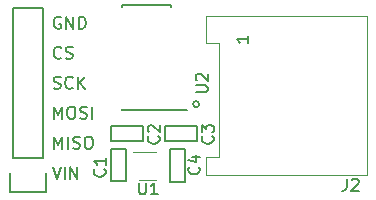
<source format=gto>
%TF.GenerationSoftware,KiCad,Pcbnew,4.0.4+e1-6308~48~ubuntu16.04.1-stable*%
%TF.CreationDate,2017-01-04T16:11:55-08:00*%
%TF.ProjectId,sd-micro-hinged-5009010801-breakout,73642D6D6963726F2D68696E6765642D,v1.0*%
%TF.FileFunction,Legend,Top*%
%FSLAX46Y46*%
G04 Gerber Fmt 4.6, Leading zero omitted, Abs format (unit mm)*
G04 Created by KiCad (PCBNEW 4.0.4+e1-6308~48~ubuntu16.04.1-stable) date Wed Jan  4 16:11:55 2017*
%MOMM*%
%LPD*%
G01*
G04 APERTURE LIST*
%ADD10C,0.350000*%
%ADD11C,0.152400*%
%ADD12C,0.101600*%
%ADD13C,0.150000*%
%ADD14C,0.120000*%
G04 APERTURE END LIST*
D10*
D11*
X123952000Y-100838000D02*
G75*
G03X123952000Y-100838000I-254000J0D01*
G01*
X111542286Y-106123619D02*
X111880953Y-107139619D01*
X112219619Y-106123619D01*
X112558286Y-107139619D02*
X112558286Y-106123619D01*
X113042096Y-107139619D02*
X113042096Y-106123619D01*
X113622667Y-107139619D01*
X113622667Y-106123619D01*
X111687429Y-104599619D02*
X111687429Y-103583619D01*
X112026095Y-104309333D01*
X112364762Y-103583619D01*
X112364762Y-104599619D01*
X112848572Y-104599619D02*
X112848572Y-103583619D01*
X113284001Y-104551238D02*
X113429144Y-104599619D01*
X113671048Y-104599619D01*
X113767810Y-104551238D01*
X113816191Y-104502857D01*
X113864572Y-104406095D01*
X113864572Y-104309333D01*
X113816191Y-104212571D01*
X113767810Y-104164190D01*
X113671048Y-104115810D01*
X113477525Y-104067429D01*
X113380763Y-104019048D01*
X113332382Y-103970667D01*
X113284001Y-103873905D01*
X113284001Y-103777143D01*
X113332382Y-103680381D01*
X113380763Y-103632000D01*
X113477525Y-103583619D01*
X113719429Y-103583619D01*
X113864572Y-103632000D01*
X114493525Y-103583619D02*
X114687048Y-103583619D01*
X114783810Y-103632000D01*
X114880572Y-103728762D01*
X114928953Y-103922286D01*
X114928953Y-104260952D01*
X114880572Y-104454476D01*
X114783810Y-104551238D01*
X114687048Y-104599619D01*
X114493525Y-104599619D01*
X114396763Y-104551238D01*
X114300001Y-104454476D01*
X114251620Y-104260952D01*
X114251620Y-103922286D01*
X114300001Y-103728762D01*
X114396763Y-103632000D01*
X114493525Y-103583619D01*
X111687429Y-102059619D02*
X111687429Y-101043619D01*
X112026095Y-101769333D01*
X112364762Y-101043619D01*
X112364762Y-102059619D01*
X113042096Y-101043619D02*
X113235619Y-101043619D01*
X113332381Y-101092000D01*
X113429143Y-101188762D01*
X113477524Y-101382286D01*
X113477524Y-101720952D01*
X113429143Y-101914476D01*
X113332381Y-102011238D01*
X113235619Y-102059619D01*
X113042096Y-102059619D01*
X112945334Y-102011238D01*
X112848572Y-101914476D01*
X112800191Y-101720952D01*
X112800191Y-101382286D01*
X112848572Y-101188762D01*
X112945334Y-101092000D01*
X113042096Y-101043619D01*
X113864572Y-102011238D02*
X114009715Y-102059619D01*
X114251619Y-102059619D01*
X114348381Y-102011238D01*
X114396762Y-101962857D01*
X114445143Y-101866095D01*
X114445143Y-101769333D01*
X114396762Y-101672571D01*
X114348381Y-101624190D01*
X114251619Y-101575810D01*
X114058096Y-101527429D01*
X113961334Y-101479048D01*
X113912953Y-101430667D01*
X113864572Y-101333905D01*
X113864572Y-101237143D01*
X113912953Y-101140381D01*
X113961334Y-101092000D01*
X114058096Y-101043619D01*
X114300000Y-101043619D01*
X114445143Y-101092000D01*
X114880572Y-102059619D02*
X114880572Y-101043619D01*
X111639048Y-99471238D02*
X111784191Y-99519619D01*
X112026095Y-99519619D01*
X112122857Y-99471238D01*
X112171238Y-99422857D01*
X112219619Y-99326095D01*
X112219619Y-99229333D01*
X112171238Y-99132571D01*
X112122857Y-99084190D01*
X112026095Y-99035810D01*
X111832572Y-98987429D01*
X111735810Y-98939048D01*
X111687429Y-98890667D01*
X111639048Y-98793905D01*
X111639048Y-98697143D01*
X111687429Y-98600381D01*
X111735810Y-98552000D01*
X111832572Y-98503619D01*
X112074476Y-98503619D01*
X112219619Y-98552000D01*
X113235619Y-99422857D02*
X113187238Y-99471238D01*
X113042095Y-99519619D01*
X112945333Y-99519619D01*
X112800191Y-99471238D01*
X112703429Y-99374476D01*
X112655048Y-99277714D01*
X112606667Y-99084190D01*
X112606667Y-98939048D01*
X112655048Y-98745524D01*
X112703429Y-98648762D01*
X112800191Y-98552000D01*
X112945333Y-98503619D01*
X113042095Y-98503619D01*
X113187238Y-98552000D01*
X113235619Y-98600381D01*
X113671048Y-99519619D02*
X113671048Y-98503619D01*
X114251619Y-99519619D02*
X113816191Y-98939048D01*
X114251619Y-98503619D02*
X113671048Y-99084190D01*
X112268000Y-96882857D02*
X112219619Y-96931238D01*
X112074476Y-96979619D01*
X111977714Y-96979619D01*
X111832572Y-96931238D01*
X111735810Y-96834476D01*
X111687429Y-96737714D01*
X111639048Y-96544190D01*
X111639048Y-96399048D01*
X111687429Y-96205524D01*
X111735810Y-96108762D01*
X111832572Y-96012000D01*
X111977714Y-95963619D01*
X112074476Y-95963619D01*
X112219619Y-96012000D01*
X112268000Y-96060381D01*
X112655048Y-96931238D02*
X112800191Y-96979619D01*
X113042095Y-96979619D01*
X113138857Y-96931238D01*
X113187238Y-96882857D01*
X113235619Y-96786095D01*
X113235619Y-96689333D01*
X113187238Y-96592571D01*
X113138857Y-96544190D01*
X113042095Y-96495810D01*
X112848572Y-96447429D01*
X112751810Y-96399048D01*
X112703429Y-96350667D01*
X112655048Y-96253905D01*
X112655048Y-96157143D01*
X112703429Y-96060381D01*
X112751810Y-96012000D01*
X112848572Y-95963619D01*
X113090476Y-95963619D01*
X113235619Y-96012000D01*
X112219619Y-93472000D02*
X112122857Y-93423619D01*
X111977714Y-93423619D01*
X111832572Y-93472000D01*
X111735810Y-93568762D01*
X111687429Y-93665524D01*
X111639048Y-93859048D01*
X111639048Y-94004190D01*
X111687429Y-94197714D01*
X111735810Y-94294476D01*
X111832572Y-94391238D01*
X111977714Y-94439619D01*
X112074476Y-94439619D01*
X112219619Y-94391238D01*
X112268000Y-94342857D01*
X112268000Y-94004190D01*
X112074476Y-94004190D01*
X112703429Y-94439619D02*
X112703429Y-93423619D01*
X113284000Y-94439619D01*
X113284000Y-93423619D01*
X113767810Y-94439619D02*
X113767810Y-93423619D01*
X114009715Y-93423619D01*
X114154857Y-93472000D01*
X114251619Y-93568762D01*
X114300000Y-93665524D01*
X114348381Y-93859048D01*
X114348381Y-94004190D01*
X114300000Y-94197714D01*
X114251619Y-94294476D01*
X114154857Y-94391238D01*
X114009715Y-94439619D01*
X113767810Y-94439619D01*
D12*
X138167000Y-106840500D02*
X138167000Y-93340500D01*
X124567000Y-93340500D02*
X124867000Y-93340500D01*
X124567000Y-95640500D02*
X124567000Y-93340500D01*
X125667000Y-95640500D02*
X124567000Y-95640500D01*
X125667000Y-105340500D02*
X125667000Y-95640500D01*
X124567000Y-105340500D02*
X125667000Y-105340500D01*
X124567000Y-106840500D02*
X124567000Y-105340500D01*
X124867000Y-106840500D02*
X124567000Y-106840500D01*
X138167000Y-106840500D02*
X124867000Y-106840500D01*
X138167000Y-93340500D02*
X124867000Y-93340500D01*
D11*
X117729000Y-104648000D02*
X116459000Y-104648000D01*
X117729000Y-107378500D02*
X116459000Y-107378500D01*
D13*
X117729000Y-104648000D02*
X117729000Y-107378500D01*
X116459000Y-107378500D02*
X116459000Y-104648000D01*
D11*
X116447000Y-102679500D02*
X116447000Y-103949500D01*
X119177500Y-102679500D02*
X119177500Y-103949500D01*
D13*
X116447000Y-102679500D02*
X119177500Y-102679500D01*
X119177500Y-103949500D02*
X116447000Y-103949500D01*
D11*
X123761500Y-103949500D02*
X123761500Y-102679500D01*
X121031000Y-103949500D02*
X121031000Y-102679500D01*
D13*
X123761500Y-103949500D02*
X121031000Y-103949500D01*
X121031000Y-102679500D02*
X123761500Y-102679500D01*
D11*
X122745500Y-104660000D02*
X121475500Y-104660000D01*
X122745500Y-107390500D02*
X121475500Y-107390500D01*
D13*
X122745500Y-104660000D02*
X122745500Y-107390500D01*
X121475500Y-107390500D02*
X121475500Y-104660000D01*
X108204000Y-105410000D02*
X108204000Y-92710000D01*
X108204000Y-92710000D02*
X110744000Y-92710000D01*
X110744000Y-92710000D02*
X110744000Y-105410000D01*
X107924000Y-108230000D02*
X107924000Y-106680000D01*
X108204000Y-105410000D02*
X110744000Y-105410000D01*
X111024000Y-106680000D02*
X111024000Y-108230000D01*
X111024000Y-108230000D02*
X107924000Y-108230000D01*
X117401500Y-101351000D02*
X117401500Y-101236000D01*
X117401500Y-92451000D02*
X117401500Y-92566000D01*
X121551500Y-92451000D02*
X121551500Y-92566000D01*
X121551500Y-101351000D02*
X117401500Y-101351000D01*
X121551500Y-92451000D02*
X117401500Y-92451000D01*
X121551500Y-101351000D02*
X122926500Y-101351000D01*
D14*
X120273000Y-104900000D02*
X118373000Y-104900000D01*
X118873000Y-107220000D02*
X120273000Y-107220000D01*
D13*
X136445667Y-107148381D02*
X136445667Y-107862667D01*
X136398047Y-108005524D01*
X136302809Y-108100762D01*
X136159952Y-108148381D01*
X136064714Y-108148381D01*
X136874238Y-107243619D02*
X136921857Y-107196000D01*
X137017095Y-107148381D01*
X137255191Y-107148381D01*
X137350429Y-107196000D01*
X137398048Y-107243619D01*
X137445667Y-107338857D01*
X137445667Y-107434095D01*
X137398048Y-107576952D01*
X136826619Y-108148381D01*
X137445667Y-108148381D01*
X128119381Y-95054785D02*
X128119381Y-95626214D01*
X128119381Y-95340500D02*
X127119381Y-95340500D01*
X127262238Y-95435738D01*
X127357476Y-95530976D01*
X127405095Y-95626214D01*
X115927143Y-106338666D02*
X115974762Y-106386285D01*
X116022381Y-106529142D01*
X116022381Y-106624380D01*
X115974762Y-106767238D01*
X115879524Y-106862476D01*
X115784286Y-106910095D01*
X115593810Y-106957714D01*
X115450952Y-106957714D01*
X115260476Y-106910095D01*
X115165238Y-106862476D01*
X115070000Y-106767238D01*
X115022381Y-106624380D01*
X115022381Y-106529142D01*
X115070000Y-106386285D01*
X115117619Y-106338666D01*
X116022381Y-105386285D02*
X116022381Y-105957714D01*
X116022381Y-105672000D02*
X115022381Y-105672000D01*
X115165238Y-105767238D01*
X115260476Y-105862476D01*
X115308095Y-105957714D01*
X120499143Y-103544666D02*
X120546762Y-103592285D01*
X120594381Y-103735142D01*
X120594381Y-103830380D01*
X120546762Y-103973238D01*
X120451524Y-104068476D01*
X120356286Y-104116095D01*
X120165810Y-104163714D01*
X120022952Y-104163714D01*
X119832476Y-104116095D01*
X119737238Y-104068476D01*
X119642000Y-103973238D01*
X119594381Y-103830380D01*
X119594381Y-103735142D01*
X119642000Y-103592285D01*
X119689619Y-103544666D01*
X119689619Y-103163714D02*
X119642000Y-103116095D01*
X119594381Y-103020857D01*
X119594381Y-102782761D01*
X119642000Y-102687523D01*
X119689619Y-102639904D01*
X119784857Y-102592285D01*
X119880095Y-102592285D01*
X120022952Y-102639904D01*
X120594381Y-103211333D01*
X120594381Y-102592285D01*
X125071143Y-103544666D02*
X125118762Y-103592285D01*
X125166381Y-103735142D01*
X125166381Y-103830380D01*
X125118762Y-103973238D01*
X125023524Y-104068476D01*
X124928286Y-104116095D01*
X124737810Y-104163714D01*
X124594952Y-104163714D01*
X124404476Y-104116095D01*
X124309238Y-104068476D01*
X124214000Y-103973238D01*
X124166381Y-103830380D01*
X124166381Y-103735142D01*
X124214000Y-103592285D01*
X124261619Y-103544666D01*
X124166381Y-103211333D02*
X124166381Y-102592285D01*
X124547333Y-102925619D01*
X124547333Y-102782761D01*
X124594952Y-102687523D01*
X124642571Y-102639904D01*
X124737810Y-102592285D01*
X124975905Y-102592285D01*
X125071143Y-102639904D01*
X125118762Y-102687523D01*
X125166381Y-102782761D01*
X125166381Y-103068476D01*
X125118762Y-103163714D01*
X125071143Y-103211333D01*
X123928143Y-106148166D02*
X123975762Y-106195785D01*
X124023381Y-106338642D01*
X124023381Y-106433880D01*
X123975762Y-106576738D01*
X123880524Y-106671976D01*
X123785286Y-106719595D01*
X123594810Y-106767214D01*
X123451952Y-106767214D01*
X123261476Y-106719595D01*
X123166238Y-106671976D01*
X123071000Y-106576738D01*
X123023381Y-106433880D01*
X123023381Y-106338642D01*
X123071000Y-106195785D01*
X123118619Y-106148166D01*
X123356714Y-105291023D02*
X124023381Y-105291023D01*
X122975762Y-105529119D02*
X123690048Y-105767214D01*
X123690048Y-105148166D01*
X123658381Y-99821905D02*
X124467905Y-99821905D01*
X124563143Y-99774286D01*
X124610762Y-99726667D01*
X124658381Y-99631429D01*
X124658381Y-99440952D01*
X124610762Y-99345714D01*
X124563143Y-99298095D01*
X124467905Y-99250476D01*
X123658381Y-99250476D01*
X123753619Y-98821905D02*
X123706000Y-98774286D01*
X123658381Y-98679048D01*
X123658381Y-98440952D01*
X123706000Y-98345714D01*
X123753619Y-98298095D01*
X123848857Y-98250476D01*
X123944095Y-98250476D01*
X124086952Y-98298095D01*
X124658381Y-98869524D01*
X124658381Y-98250476D01*
X118872095Y-107465881D02*
X118872095Y-108275405D01*
X118919714Y-108370643D01*
X118967333Y-108418262D01*
X119062571Y-108465881D01*
X119253048Y-108465881D01*
X119348286Y-108418262D01*
X119395905Y-108370643D01*
X119443524Y-108275405D01*
X119443524Y-107465881D01*
X120443524Y-108465881D02*
X119872095Y-108465881D01*
X120157809Y-108465881D02*
X120157809Y-107465881D01*
X120062571Y-107608738D01*
X119967333Y-107703976D01*
X119872095Y-107751595D01*
M02*

</source>
